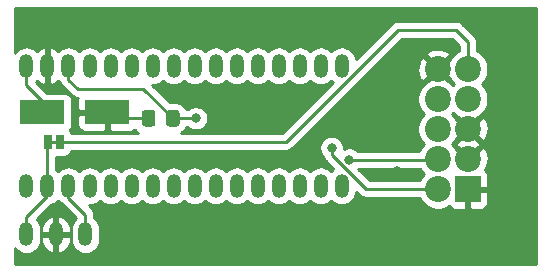
<source format=gbr>
%TF.GenerationSoftware,KiCad,Pcbnew,(5.1.7)-1*%
%TF.CreationDate,2020-11-17T20:53:12-06:00*%
%TF.ProjectId,ST72F264 Programming Interface,53543732-4632-4363-9420-50726f677261,rev?*%
%TF.SameCoordinates,Original*%
%TF.FileFunction,Copper,L2,Bot*%
%TF.FilePolarity,Positive*%
%FSLAX46Y46*%
G04 Gerber Fmt 4.6, Leading zero omitted, Abs format (unit mm)*
G04 Created by KiCad (PCBNEW (5.1.7)-1) date 2020-11-17 20:53:12*
%MOMM*%
%LPD*%
G01*
G04 APERTURE LIST*
%TA.AperFunction,EtchedComponent*%
%ADD10C,0.254000*%
%TD*%
%TA.AperFunction,ComponentPad*%
%ADD11C,2.200000*%
%TD*%
%TA.AperFunction,ComponentPad*%
%ADD12R,2.200000X2.200000*%
%TD*%
%TA.AperFunction,ComponentPad*%
%ADD13O,1.200000X2.000000*%
%TD*%
%TA.AperFunction,SMDPad,CuDef*%
%ADD14R,3.800000X2.000000*%
%TD*%
%TA.AperFunction,SMDPad,CuDef*%
%ADD15R,0.635000X1.270000*%
%TD*%
%TA.AperFunction,ViaPad*%
%ADD16C,0.800000*%
%TD*%
%TA.AperFunction,Conductor*%
%ADD17C,0.250000*%
%TD*%
%TA.AperFunction,Conductor*%
%ADD18C,0.254000*%
%TD*%
%TA.AperFunction,Conductor*%
%ADD19C,0.100000*%
%TD*%
G04 APERTURE END LIST*
D10*
%TO.C,JP1*%
X131516000Y-103500000D02*
X130500000Y-103500000D01*
%TD*%
D11*
%TO.P,J1,9*%
%TO.N,OSC*%
X166040000Y-97340000D03*
%TO.P,J1,10*%
%TO.N,GND*%
X163500000Y-97340000D03*
%TO.P,J1,7*%
%TO.N,VDD*%
X166040000Y-99880000D03*
%TO.P,J1,8*%
%TO.N,ICCSEL*%
X163500000Y-99880000D03*
%TO.P,J1,5*%
%TO.N,GND*%
X166040000Y-102420000D03*
%TO.P,J1,6*%
%TO.N,~RESET*%
X163500000Y-102420000D03*
%TO.P,J1,3*%
%TO.N,GND*%
X166040000Y-104960000D03*
%TO.P,J1,4*%
%TO.N,ICCCLK*%
X163500000Y-104960000D03*
D12*
%TO.P,J1,1*%
%TO.N,GND*%
X166040000Y-107500000D03*
D11*
%TO.P,J1,2*%
%TO.N,ICCDATA*%
X163500000Y-107500000D03*
%TD*%
D13*
%TO.P,Y1,3*%
%TO.N,Net-(U1-Pad3)*%
X133660001Y-111340001D03*
%TO.P,Y1,2*%
%TO.N,GND*%
X131160001Y-111340001D03*
%TO.P,Y1,1*%
%TO.N,Net-(JP1-Pad2)*%
X128660001Y-111340001D03*
%TD*%
%TO.P,U1,16*%
%TO.N,N/C*%
X155360001Y-107220001D03*
%TO.P,U1,17*%
X155360001Y-97060001D03*
%TO.P,U1,15*%
X153580001Y-107220001D03*
%TO.P,U1,18*%
X153580001Y-97060001D03*
%TO.P,U1,14*%
X151800001Y-107220001D03*
%TO.P,U1,19*%
X151800001Y-97060001D03*
%TO.P,U1,13*%
X150020001Y-107220001D03*
%TO.P,U1,20*%
X150020001Y-97060001D03*
%TO.P,U1,12*%
X148240001Y-107220001D03*
%TO.P,U1,21*%
X148240001Y-97060001D03*
%TO.P,U1,11*%
X146460001Y-107220001D03*
%TO.P,U1,22*%
X146460001Y-97060001D03*
%TO.P,U1,10*%
X144680001Y-107220001D03*
%TO.P,U1,23*%
X144680001Y-97060001D03*
%TO.P,U1,9*%
X142900001Y-107220001D03*
%TO.P,U1,24*%
X142900001Y-97060001D03*
%TO.P,U1,8*%
X141120001Y-107220001D03*
%TO.P,U1,25*%
X141120001Y-97060001D03*
%TO.P,U1,7*%
X139340001Y-107220001D03*
%TO.P,U1,26*%
X139340001Y-97060001D03*
%TO.P,U1,6*%
X137560001Y-107220001D03*
%TO.P,U1,27*%
X137560001Y-97060001D03*
%TO.P,U1,5*%
X135780001Y-107220001D03*
%TO.P,U1,28*%
%TO.N,ICCDATA*%
X135780001Y-97060001D03*
%TO.P,U1,4*%
%TO.N,N/C*%
X134000001Y-107220001D03*
%TO.P,U1,29*%
%TO.N,ICCCLK*%
X134000001Y-97060001D03*
%TO.P,U1,3*%
%TO.N,Net-(U1-Pad3)*%
X132220001Y-107220001D03*
%TO.P,U1,30*%
%TO.N,ICCSEL*%
X132220001Y-97060001D03*
%TO.P,U1,2*%
%TO.N,Net-(JP1-Pad2)*%
X130440001Y-107220001D03*
%TO.P,U1,31*%
%TO.N,GND*%
X130440001Y-97060001D03*
%TO.P,U1,1*%
%TO.N,~RESET*%
X128660001Y-107220001D03*
%TO.P,U1,32*%
%TO.N,VDD*%
X128660001Y-97060001D03*
%TD*%
D14*
%TO.P,TP2,1*%
%TO.N,GND*%
X135500000Y-101000000D03*
%TD*%
%TO.P,TP1,1*%
%TO.N,VDD*%
X130000000Y-101000000D03*
%TD*%
%TO.P,R1,2*%
%TO.N,GND*%
%TA.AperFunction,SMDPad,CuDef*%
G36*
G01*
X139575000Y-101049999D02*
X139575000Y-101950001D01*
G75*
G02*
X139325001Y-102200000I-249999J0D01*
G01*
X138674999Y-102200000D01*
G75*
G02*
X138425000Y-101950001I0J249999D01*
G01*
X138425000Y-101049999D01*
G75*
G02*
X138674999Y-100800000I249999J0D01*
G01*
X139325001Y-100800000D01*
G75*
G02*
X139575000Y-101049999I0J-249999D01*
G01*
G37*
%TD.AperFunction*%
%TO.P,R1,1*%
%TO.N,ICCSEL*%
%TA.AperFunction,SMDPad,CuDef*%
G36*
G01*
X141625000Y-101049999D02*
X141625000Y-101950001D01*
G75*
G02*
X141375001Y-102200000I-249999J0D01*
G01*
X140724999Y-102200000D01*
G75*
G02*
X140475000Y-101950001I0J249999D01*
G01*
X140475000Y-101049999D01*
G75*
G02*
X140724999Y-100800000I249999J0D01*
G01*
X141375001Y-100800000D01*
G75*
G02*
X141625000Y-101049999I0J-249999D01*
G01*
G37*
%TD.AperFunction*%
%TD*%
D15*
%TO.P,JP1,2*%
%TO.N,Net-(JP1-Pad2)*%
X130500000Y-103500000D03*
%TO.P,JP1,1*%
%TO.N,OSC*%
X131516000Y-103500000D03*
%TD*%
D16*
%TO.N,GND*%
X144500000Y-100000000D03*
X150500000Y-100000000D03*
X161000000Y-101000000D03*
X161000000Y-96000000D03*
X160000000Y-106000000D03*
%TO.N,ICCSEL*%
X143000000Y-101500000D03*
%TO.N,ICCCLK*%
X156000000Y-105000000D03*
%TO.N,ICCDATA*%
X154500000Y-104000000D03*
%TD*%
D17*
%TO.N,Net-(JP1-Pad2)*%
X130440001Y-107220001D02*
X130047990Y-106827990D01*
X130440001Y-107220001D02*
X130440001Y-104079239D01*
X130440001Y-107220001D02*
X130440001Y-108059999D01*
X128660001Y-109839999D02*
X128660001Y-111340001D01*
X130440001Y-108059999D02*
X128660001Y-109839999D01*
%TO.N,GND*%
X136000000Y-101500000D02*
X135500000Y-101000000D01*
X139000000Y-101500000D02*
X136000000Y-101500000D01*
%TO.N,ICCSEL*%
X141050000Y-101500000D02*
X138550000Y-99000000D01*
X138550000Y-99000000D02*
X133000000Y-99000000D01*
X132220001Y-98220001D02*
X132220001Y-97060001D01*
X133000000Y-99000000D02*
X132220001Y-98220001D01*
X141050000Y-101500000D02*
X143000000Y-101500000D01*
%TO.N,VDD*%
X130000000Y-101000000D02*
X130000000Y-100000000D01*
X128660001Y-98660001D02*
X128660001Y-97060001D01*
X130000000Y-100000000D02*
X128660001Y-98660001D01*
%TO.N,Net-(U1-Pad3)*%
X132220001Y-107220001D02*
X132220001Y-108220001D01*
X133660001Y-109660001D02*
X133660001Y-111340001D01*
X132220001Y-108220001D02*
X133660001Y-109660001D01*
%TO.N,OSC*%
X165000000Y-94000000D02*
X166040000Y-95040000D01*
X160128163Y-94000000D02*
X165000000Y-94000000D01*
X150628163Y-103500000D02*
X160128163Y-94000000D01*
X166040000Y-95040000D02*
X166040000Y-97340000D01*
X131516000Y-103500000D02*
X150628163Y-103500000D01*
%TO.N,ICCCLK*%
X163460000Y-105000000D02*
X163500000Y-104960000D01*
X156000000Y-105000000D02*
X163460000Y-105000000D01*
%TO.N,ICCDATA*%
X154500000Y-104573002D02*
X157426998Y-107500000D01*
X157426998Y-107500000D02*
X163500000Y-107500000D01*
X154500000Y-104000000D02*
X154500000Y-104573002D01*
%TD*%
D18*
%TO.N,GND*%
X171840000Y-113840000D02*
X127660000Y-113840000D01*
X127660000Y-112468236D01*
X127782500Y-112617503D01*
X127970553Y-112771834D01*
X128185101Y-112886512D01*
X128417900Y-112957131D01*
X128660001Y-112980976D01*
X128902103Y-112957131D01*
X129134902Y-112886512D01*
X129349450Y-112771834D01*
X129537503Y-112617503D01*
X129691834Y-112429450D01*
X129806512Y-112214902D01*
X129877131Y-111982102D01*
X129895001Y-111800665D01*
X129895001Y-111467001D01*
X129925001Y-111467001D01*
X129925001Y-111867001D01*
X129973508Y-112105497D01*
X130067611Y-112329947D01*
X130203694Y-112531726D01*
X130376527Y-112703079D01*
X130579468Y-112837422D01*
X130804719Y-112929592D01*
X130842392Y-112933463D01*
X131033001Y-112808732D01*
X131033001Y-111467001D01*
X131287001Y-111467001D01*
X131287001Y-112808732D01*
X131477610Y-112933463D01*
X131515283Y-112929592D01*
X131740534Y-112837422D01*
X131943475Y-112703079D01*
X132116308Y-112531726D01*
X132252391Y-112329947D01*
X132346494Y-112105497D01*
X132395001Y-111867001D01*
X132395001Y-111467001D01*
X131287001Y-111467001D01*
X131033001Y-111467001D01*
X129925001Y-111467001D01*
X129895001Y-111467001D01*
X129895001Y-110879336D01*
X129888468Y-110813001D01*
X129925001Y-110813001D01*
X129925001Y-111213001D01*
X131033001Y-111213001D01*
X131033001Y-109871270D01*
X131287001Y-109871270D01*
X131287001Y-111213001D01*
X132395001Y-111213001D01*
X132395001Y-110813001D01*
X132346494Y-110574505D01*
X132252391Y-110350055D01*
X132116308Y-110148276D01*
X131943475Y-109976923D01*
X131740534Y-109842580D01*
X131515283Y-109750410D01*
X131477610Y-109746539D01*
X131287001Y-109871270D01*
X131033001Y-109871270D01*
X130842392Y-109746539D01*
X130804719Y-109750410D01*
X130579468Y-109842580D01*
X130376527Y-109976923D01*
X130203694Y-110148276D01*
X130067611Y-110350055D01*
X129973508Y-110574505D01*
X129925001Y-110813001D01*
X129888468Y-110813001D01*
X129877131Y-110697899D01*
X129806512Y-110465100D01*
X129691834Y-110250552D01*
X129537503Y-110062499D01*
X129523662Y-110051140D01*
X130761867Y-108812935D01*
X130914902Y-108766512D01*
X131129450Y-108651834D01*
X131317503Y-108497503D01*
X131330002Y-108482274D01*
X131342500Y-108497503D01*
X131530553Y-108651834D01*
X131638645Y-108709610D01*
X131656202Y-108731003D01*
X131680001Y-108760002D01*
X131708999Y-108783800D01*
X132895203Y-109970005D01*
X132782499Y-110062499D01*
X132628168Y-110250553D01*
X132513490Y-110465101D01*
X132442871Y-110697900D01*
X132425001Y-110879337D01*
X132425001Y-111800666D01*
X132442871Y-111982103D01*
X132513490Y-112214902D01*
X132628169Y-112429450D01*
X132782500Y-112617503D01*
X132970553Y-112771834D01*
X133185101Y-112886512D01*
X133417900Y-112957131D01*
X133660001Y-112980976D01*
X133902103Y-112957131D01*
X134134902Y-112886512D01*
X134349450Y-112771834D01*
X134537503Y-112617503D01*
X134691834Y-112429450D01*
X134806512Y-112214902D01*
X134877131Y-111982102D01*
X134895001Y-111800665D01*
X134895001Y-110879336D01*
X134877131Y-110697899D01*
X134806512Y-110465100D01*
X134691834Y-110250552D01*
X134537503Y-110062499D01*
X134420001Y-109966068D01*
X134420001Y-109697334D01*
X134423678Y-109660001D01*
X134409004Y-109511015D01*
X134365547Y-109367754D01*
X134294975Y-109235725D01*
X134223800Y-109148998D01*
X134200002Y-109120000D01*
X134171005Y-109096203D01*
X133928761Y-108853959D01*
X134000001Y-108860976D01*
X134242103Y-108837131D01*
X134474902Y-108766512D01*
X134689450Y-108651834D01*
X134877503Y-108497503D01*
X134890002Y-108482274D01*
X134902500Y-108497503D01*
X135090553Y-108651834D01*
X135305101Y-108766512D01*
X135537900Y-108837131D01*
X135780001Y-108860976D01*
X136022103Y-108837131D01*
X136254902Y-108766512D01*
X136469450Y-108651834D01*
X136657503Y-108497503D01*
X136670002Y-108482274D01*
X136682500Y-108497503D01*
X136870553Y-108651834D01*
X137085101Y-108766512D01*
X137317900Y-108837131D01*
X137560001Y-108860976D01*
X137802103Y-108837131D01*
X138034902Y-108766512D01*
X138249450Y-108651834D01*
X138437503Y-108497503D01*
X138450002Y-108482274D01*
X138462500Y-108497503D01*
X138650553Y-108651834D01*
X138865101Y-108766512D01*
X139097900Y-108837131D01*
X139340001Y-108860976D01*
X139582103Y-108837131D01*
X139814902Y-108766512D01*
X140029450Y-108651834D01*
X140217503Y-108497503D01*
X140230002Y-108482274D01*
X140242500Y-108497503D01*
X140430553Y-108651834D01*
X140645101Y-108766512D01*
X140877900Y-108837131D01*
X141120001Y-108860976D01*
X141362103Y-108837131D01*
X141594902Y-108766512D01*
X141809450Y-108651834D01*
X141997503Y-108497503D01*
X142010002Y-108482274D01*
X142022500Y-108497503D01*
X142210553Y-108651834D01*
X142425101Y-108766512D01*
X142657900Y-108837131D01*
X142900001Y-108860976D01*
X143142103Y-108837131D01*
X143374902Y-108766512D01*
X143589450Y-108651834D01*
X143777503Y-108497503D01*
X143790002Y-108482274D01*
X143802500Y-108497503D01*
X143990553Y-108651834D01*
X144205101Y-108766512D01*
X144437900Y-108837131D01*
X144680001Y-108860976D01*
X144922103Y-108837131D01*
X145154902Y-108766512D01*
X145369450Y-108651834D01*
X145557503Y-108497503D01*
X145570002Y-108482274D01*
X145582500Y-108497503D01*
X145770553Y-108651834D01*
X145985101Y-108766512D01*
X146217900Y-108837131D01*
X146460001Y-108860976D01*
X146702103Y-108837131D01*
X146934902Y-108766512D01*
X147149450Y-108651834D01*
X147337503Y-108497503D01*
X147350002Y-108482274D01*
X147362500Y-108497503D01*
X147550553Y-108651834D01*
X147765101Y-108766512D01*
X147997900Y-108837131D01*
X148240001Y-108860976D01*
X148482103Y-108837131D01*
X148714902Y-108766512D01*
X148929450Y-108651834D01*
X149117503Y-108497503D01*
X149130002Y-108482274D01*
X149142500Y-108497503D01*
X149330553Y-108651834D01*
X149545101Y-108766512D01*
X149777900Y-108837131D01*
X150020001Y-108860976D01*
X150262103Y-108837131D01*
X150494902Y-108766512D01*
X150709450Y-108651834D01*
X150897503Y-108497503D01*
X150910002Y-108482274D01*
X150922500Y-108497503D01*
X151110553Y-108651834D01*
X151325101Y-108766512D01*
X151557900Y-108837131D01*
X151800001Y-108860976D01*
X152042103Y-108837131D01*
X152274902Y-108766512D01*
X152489450Y-108651834D01*
X152677503Y-108497503D01*
X152690002Y-108482274D01*
X152702500Y-108497503D01*
X152890553Y-108651834D01*
X153105101Y-108766512D01*
X153337900Y-108837131D01*
X153580001Y-108860976D01*
X153822103Y-108837131D01*
X154054902Y-108766512D01*
X154269450Y-108651834D01*
X154457503Y-108497503D01*
X154470002Y-108482274D01*
X154482500Y-108497503D01*
X154670553Y-108651834D01*
X154885101Y-108766512D01*
X155117900Y-108837131D01*
X155360001Y-108860976D01*
X155602103Y-108837131D01*
X155834902Y-108766512D01*
X156049450Y-108651834D01*
X156237503Y-108497503D01*
X156391834Y-108309450D01*
X156506512Y-108094902D01*
X156577131Y-107862102D01*
X156589429Y-107737233D01*
X156863199Y-108011003D01*
X156886997Y-108040001D01*
X157002722Y-108134974D01*
X157134751Y-108205546D01*
X157278012Y-108249003D01*
X157389665Y-108260000D01*
X157389674Y-108260000D01*
X157426997Y-108263676D01*
X157464320Y-108260000D01*
X161936852Y-108260000D01*
X161962463Y-108321831D01*
X162152337Y-108605998D01*
X162394002Y-108847663D01*
X162678169Y-109037537D01*
X162993919Y-109168325D01*
X163329117Y-109235000D01*
X163670883Y-109235000D01*
X164006081Y-109168325D01*
X164321831Y-109037537D01*
X164422443Y-108970310D01*
X164488815Y-109051185D01*
X164585506Y-109130537D01*
X164695820Y-109189502D01*
X164815518Y-109225812D01*
X164940000Y-109238072D01*
X165754250Y-109235000D01*
X165913000Y-109076250D01*
X165913000Y-107627000D01*
X166167000Y-107627000D01*
X166167000Y-109076250D01*
X166325750Y-109235000D01*
X167140000Y-109238072D01*
X167264482Y-109225812D01*
X167384180Y-109189502D01*
X167494494Y-109130537D01*
X167591185Y-109051185D01*
X167670537Y-108954494D01*
X167729502Y-108844180D01*
X167765812Y-108724482D01*
X167778072Y-108600000D01*
X167775000Y-107785750D01*
X167616250Y-107627000D01*
X166167000Y-107627000D01*
X165913000Y-107627000D01*
X165893000Y-107627000D01*
X165893000Y-107373000D01*
X165913000Y-107373000D01*
X165913000Y-107353000D01*
X166167000Y-107353000D01*
X166167000Y-107373000D01*
X167616250Y-107373000D01*
X167775000Y-107214250D01*
X167778072Y-106400000D01*
X167765812Y-106275518D01*
X167729502Y-106155820D01*
X167670537Y-106045506D01*
X167591185Y-105948815D01*
X167511267Y-105883228D01*
X167521338Y-105879274D01*
X167672216Y-105572616D01*
X167760369Y-105242415D01*
X167782409Y-104901361D01*
X167737489Y-104562561D01*
X167627336Y-104239034D01*
X167521338Y-104040726D01*
X167246712Y-103932893D01*
X166219605Y-104960000D01*
X166233748Y-104974143D01*
X166054143Y-105153748D01*
X166040000Y-105139605D01*
X166025858Y-105153748D01*
X165846253Y-104974143D01*
X165860395Y-104960000D01*
X165035469Y-104135074D01*
X164847663Y-103854002D01*
X164683661Y-103690000D01*
X164746949Y-103626712D01*
X165012893Y-103626712D01*
X165037743Y-103690000D01*
X165012893Y-103753288D01*
X165094725Y-103835120D01*
X165120726Y-103901338D01*
X165199894Y-103940289D01*
X166040000Y-104780395D01*
X166872877Y-103947518D01*
X166959274Y-103901338D01*
X166985275Y-103835120D01*
X167067107Y-103753288D01*
X167042257Y-103690000D01*
X167067107Y-103626712D01*
X166985275Y-103544880D01*
X166959274Y-103478662D01*
X166880106Y-103439711D01*
X166040000Y-102599605D01*
X165207123Y-103432482D01*
X165120726Y-103478662D01*
X165094725Y-103544880D01*
X165012893Y-103626712D01*
X164746949Y-103626712D01*
X164847663Y-103525998D01*
X165035469Y-103244926D01*
X165860395Y-102420000D01*
X166219605Y-102420000D01*
X167246712Y-103447107D01*
X167521338Y-103339274D01*
X167672216Y-103032616D01*
X167760369Y-102702415D01*
X167782409Y-102361361D01*
X167737489Y-102022561D01*
X167627336Y-101699034D01*
X167521338Y-101500726D01*
X167246712Y-101392893D01*
X166219605Y-102420000D01*
X165860395Y-102420000D01*
X165035469Y-101595074D01*
X164847663Y-101314002D01*
X164683661Y-101150000D01*
X164770000Y-101063661D01*
X164934002Y-101227663D01*
X165215074Y-101415469D01*
X166040000Y-102240395D01*
X166864926Y-101415469D01*
X167145998Y-101227663D01*
X167387663Y-100985998D01*
X167577537Y-100701831D01*
X167708325Y-100386081D01*
X167775000Y-100050883D01*
X167775000Y-99709117D01*
X167708325Y-99373919D01*
X167577537Y-99058169D01*
X167387663Y-98774002D01*
X167223661Y-98610000D01*
X167387663Y-98445998D01*
X167577537Y-98161831D01*
X167708325Y-97846081D01*
X167775000Y-97510883D01*
X167775000Y-97169117D01*
X167708325Y-96833919D01*
X167577537Y-96518169D01*
X167387663Y-96234002D01*
X167145998Y-95992337D01*
X166861831Y-95802463D01*
X166800000Y-95776852D01*
X166800000Y-95077322D01*
X166803676Y-95039999D01*
X166800000Y-95002676D01*
X166800000Y-95002667D01*
X166789003Y-94891014D01*
X166745546Y-94747753D01*
X166722986Y-94705546D01*
X166674974Y-94615723D01*
X166603799Y-94528997D01*
X166580001Y-94499999D01*
X166551004Y-94476202D01*
X165563804Y-93489002D01*
X165540001Y-93459999D01*
X165424276Y-93365026D01*
X165292247Y-93294454D01*
X165148986Y-93250997D01*
X165037333Y-93240000D01*
X165037322Y-93240000D01*
X165000000Y-93236324D01*
X164962678Y-93240000D01*
X160165486Y-93240000D01*
X160128163Y-93236324D01*
X160090840Y-93240000D01*
X160090830Y-93240000D01*
X159979177Y-93250997D01*
X159835916Y-93294454D01*
X159703887Y-93365026D01*
X159588162Y-93459999D01*
X159564364Y-93488997D01*
X156582361Y-96471000D01*
X156577131Y-96417899D01*
X156506512Y-96185100D01*
X156391834Y-95970552D01*
X156237503Y-95782499D01*
X156049449Y-95628168D01*
X155834901Y-95513490D01*
X155602102Y-95442871D01*
X155360001Y-95419026D01*
X155117899Y-95442871D01*
X154885100Y-95513490D01*
X154670552Y-95628168D01*
X154482499Y-95782499D01*
X154470001Y-95797728D01*
X154457503Y-95782499D01*
X154269449Y-95628168D01*
X154054901Y-95513490D01*
X153822102Y-95442871D01*
X153580001Y-95419026D01*
X153337899Y-95442871D01*
X153105100Y-95513490D01*
X152890552Y-95628168D01*
X152702499Y-95782499D01*
X152690001Y-95797728D01*
X152677503Y-95782499D01*
X152489449Y-95628168D01*
X152274901Y-95513490D01*
X152042102Y-95442871D01*
X151800001Y-95419026D01*
X151557899Y-95442871D01*
X151325100Y-95513490D01*
X151110552Y-95628168D01*
X150922499Y-95782499D01*
X150910001Y-95797728D01*
X150897503Y-95782499D01*
X150709449Y-95628168D01*
X150494901Y-95513490D01*
X150262102Y-95442871D01*
X150020001Y-95419026D01*
X149777899Y-95442871D01*
X149545100Y-95513490D01*
X149330552Y-95628168D01*
X149142499Y-95782499D01*
X149130001Y-95797728D01*
X149117503Y-95782499D01*
X148929449Y-95628168D01*
X148714901Y-95513490D01*
X148482102Y-95442871D01*
X148240001Y-95419026D01*
X147997899Y-95442871D01*
X147765100Y-95513490D01*
X147550552Y-95628168D01*
X147362499Y-95782499D01*
X147350001Y-95797728D01*
X147337503Y-95782499D01*
X147149449Y-95628168D01*
X146934901Y-95513490D01*
X146702102Y-95442871D01*
X146460001Y-95419026D01*
X146217899Y-95442871D01*
X145985100Y-95513490D01*
X145770552Y-95628168D01*
X145582499Y-95782499D01*
X145570001Y-95797728D01*
X145557503Y-95782499D01*
X145369449Y-95628168D01*
X145154901Y-95513490D01*
X144922102Y-95442871D01*
X144680001Y-95419026D01*
X144437899Y-95442871D01*
X144205100Y-95513490D01*
X143990552Y-95628168D01*
X143802499Y-95782499D01*
X143790001Y-95797728D01*
X143777503Y-95782499D01*
X143589449Y-95628168D01*
X143374901Y-95513490D01*
X143142102Y-95442871D01*
X142900001Y-95419026D01*
X142657899Y-95442871D01*
X142425100Y-95513490D01*
X142210552Y-95628168D01*
X142022499Y-95782499D01*
X142010001Y-95797728D01*
X141997503Y-95782499D01*
X141809449Y-95628168D01*
X141594901Y-95513490D01*
X141362102Y-95442871D01*
X141120001Y-95419026D01*
X140877899Y-95442871D01*
X140645100Y-95513490D01*
X140430552Y-95628168D01*
X140242499Y-95782499D01*
X140230001Y-95797728D01*
X140217503Y-95782499D01*
X140029449Y-95628168D01*
X139814901Y-95513490D01*
X139582102Y-95442871D01*
X139340001Y-95419026D01*
X139097899Y-95442871D01*
X138865100Y-95513490D01*
X138650552Y-95628168D01*
X138462499Y-95782499D01*
X138450001Y-95797728D01*
X138437503Y-95782499D01*
X138249449Y-95628168D01*
X138034901Y-95513490D01*
X137802102Y-95442871D01*
X137560001Y-95419026D01*
X137317899Y-95442871D01*
X137085100Y-95513490D01*
X136870552Y-95628168D01*
X136682499Y-95782499D01*
X136670001Y-95797728D01*
X136657503Y-95782499D01*
X136469449Y-95628168D01*
X136254901Y-95513490D01*
X136022102Y-95442871D01*
X135780001Y-95419026D01*
X135537899Y-95442871D01*
X135305100Y-95513490D01*
X135090552Y-95628168D01*
X134902499Y-95782499D01*
X134890001Y-95797728D01*
X134877503Y-95782499D01*
X134689449Y-95628168D01*
X134474901Y-95513490D01*
X134242102Y-95442871D01*
X134000001Y-95419026D01*
X133757899Y-95442871D01*
X133525100Y-95513490D01*
X133310552Y-95628168D01*
X133122499Y-95782499D01*
X133110001Y-95797728D01*
X133097503Y-95782499D01*
X132909449Y-95628168D01*
X132694901Y-95513490D01*
X132462102Y-95442871D01*
X132220001Y-95419026D01*
X131977899Y-95442871D01*
X131745100Y-95513490D01*
X131530552Y-95628168D01*
X131342499Y-95782499D01*
X131327825Y-95800379D01*
X131223475Y-95696923D01*
X131020534Y-95562580D01*
X130795283Y-95470410D01*
X130757610Y-95466539D01*
X130567001Y-95591270D01*
X130567001Y-96933001D01*
X130587001Y-96933001D01*
X130587001Y-97187001D01*
X130567001Y-97187001D01*
X130567001Y-98528732D01*
X130757610Y-98653463D01*
X130795283Y-98649592D01*
X131020534Y-98557422D01*
X131223475Y-98423079D01*
X131327826Y-98319622D01*
X131342500Y-98337503D01*
X131500875Y-98467478D01*
X131514455Y-98512247D01*
X131585027Y-98644277D01*
X131597932Y-98660001D01*
X131680000Y-98760002D01*
X131709003Y-98783804D01*
X132436201Y-99511002D01*
X132459999Y-99540001D01*
X132575724Y-99634974D01*
X132707753Y-99705546D01*
X132851014Y-99749003D01*
X132962667Y-99760000D01*
X132962676Y-99760000D01*
X132999999Y-99763676D01*
X133008365Y-99762852D01*
X132974188Y-99875518D01*
X132961928Y-100000000D01*
X132965000Y-100714250D01*
X133123750Y-100873000D01*
X135373000Y-100873000D01*
X135373000Y-100853000D01*
X135627000Y-100853000D01*
X135627000Y-100873000D01*
X135647000Y-100873000D01*
X135647000Y-101127000D01*
X135627000Y-101127000D01*
X135627000Y-102476250D01*
X135785750Y-102635000D01*
X137400000Y-102638072D01*
X137524482Y-102625812D01*
X137644180Y-102589502D01*
X137754494Y-102530537D01*
X137842884Y-102457998D01*
X137894463Y-102554494D01*
X137973815Y-102651185D01*
X138070506Y-102730537D01*
X138088210Y-102740000D01*
X132459155Y-102740000D01*
X132423002Y-102620820D01*
X132364037Y-102510506D01*
X132329774Y-102468756D01*
X132351185Y-102451185D01*
X132430537Y-102354494D01*
X132489502Y-102244180D01*
X132525812Y-102124482D01*
X132538072Y-102000000D01*
X132961928Y-102000000D01*
X132974188Y-102124482D01*
X133010498Y-102244180D01*
X133069463Y-102354494D01*
X133148815Y-102451185D01*
X133245506Y-102530537D01*
X133355820Y-102589502D01*
X133475518Y-102625812D01*
X133600000Y-102638072D01*
X135214250Y-102635000D01*
X135373000Y-102476250D01*
X135373000Y-101127000D01*
X133123750Y-101127000D01*
X132965000Y-101285750D01*
X132961928Y-102000000D01*
X132538072Y-102000000D01*
X132538072Y-100000000D01*
X132525812Y-99875518D01*
X132489502Y-99755820D01*
X132430537Y-99645506D01*
X132351185Y-99548815D01*
X132254494Y-99469463D01*
X132144180Y-99410498D01*
X132024482Y-99374188D01*
X131900000Y-99361928D01*
X130436730Y-99361928D01*
X129468738Y-98393937D01*
X129537503Y-98337503D01*
X129552177Y-98319623D01*
X129656527Y-98423079D01*
X129859468Y-98557422D01*
X130084719Y-98649592D01*
X130122392Y-98653463D01*
X130313001Y-98528732D01*
X130313001Y-97187001D01*
X130293001Y-97187001D01*
X130293001Y-96933001D01*
X130313001Y-96933001D01*
X130313001Y-95591270D01*
X130122392Y-95466539D01*
X130084719Y-95470410D01*
X129859468Y-95562580D01*
X129656527Y-95696923D01*
X129552177Y-95800379D01*
X129537503Y-95782499D01*
X129349449Y-95628168D01*
X129134901Y-95513490D01*
X128902102Y-95442871D01*
X128660001Y-95419026D01*
X128417899Y-95442871D01*
X128185100Y-95513490D01*
X127970552Y-95628168D01*
X127782499Y-95782499D01*
X127660000Y-95931765D01*
X127660000Y-92160000D01*
X171840001Y-92160000D01*
X171840000Y-113840000D01*
%TA.AperFunction,Conductor*%
D19*
G36*
X171840000Y-113840000D02*
G01*
X127660000Y-113840000D01*
X127660000Y-112468236D01*
X127782500Y-112617503D01*
X127970553Y-112771834D01*
X128185101Y-112886512D01*
X128417900Y-112957131D01*
X128660001Y-112980976D01*
X128902103Y-112957131D01*
X129134902Y-112886512D01*
X129349450Y-112771834D01*
X129537503Y-112617503D01*
X129691834Y-112429450D01*
X129806512Y-112214902D01*
X129877131Y-111982102D01*
X129895001Y-111800665D01*
X129895001Y-111467001D01*
X129925001Y-111467001D01*
X129925001Y-111867001D01*
X129973508Y-112105497D01*
X130067611Y-112329947D01*
X130203694Y-112531726D01*
X130376527Y-112703079D01*
X130579468Y-112837422D01*
X130804719Y-112929592D01*
X130842392Y-112933463D01*
X131033001Y-112808732D01*
X131033001Y-111467001D01*
X131287001Y-111467001D01*
X131287001Y-112808732D01*
X131477610Y-112933463D01*
X131515283Y-112929592D01*
X131740534Y-112837422D01*
X131943475Y-112703079D01*
X132116308Y-112531726D01*
X132252391Y-112329947D01*
X132346494Y-112105497D01*
X132395001Y-111867001D01*
X132395001Y-111467001D01*
X131287001Y-111467001D01*
X131033001Y-111467001D01*
X129925001Y-111467001D01*
X129895001Y-111467001D01*
X129895001Y-110879336D01*
X129888468Y-110813001D01*
X129925001Y-110813001D01*
X129925001Y-111213001D01*
X131033001Y-111213001D01*
X131033001Y-109871270D01*
X131287001Y-109871270D01*
X131287001Y-111213001D01*
X132395001Y-111213001D01*
X132395001Y-110813001D01*
X132346494Y-110574505D01*
X132252391Y-110350055D01*
X132116308Y-110148276D01*
X131943475Y-109976923D01*
X131740534Y-109842580D01*
X131515283Y-109750410D01*
X131477610Y-109746539D01*
X131287001Y-109871270D01*
X131033001Y-109871270D01*
X130842392Y-109746539D01*
X130804719Y-109750410D01*
X130579468Y-109842580D01*
X130376527Y-109976923D01*
X130203694Y-110148276D01*
X130067611Y-110350055D01*
X129973508Y-110574505D01*
X129925001Y-110813001D01*
X129888468Y-110813001D01*
X129877131Y-110697899D01*
X129806512Y-110465100D01*
X129691834Y-110250552D01*
X129537503Y-110062499D01*
X129523662Y-110051140D01*
X130761867Y-108812935D01*
X130914902Y-108766512D01*
X131129450Y-108651834D01*
X131317503Y-108497503D01*
X131330002Y-108482274D01*
X131342500Y-108497503D01*
X131530553Y-108651834D01*
X131638645Y-108709610D01*
X131656202Y-108731003D01*
X131680001Y-108760002D01*
X131708999Y-108783800D01*
X132895203Y-109970005D01*
X132782499Y-110062499D01*
X132628168Y-110250553D01*
X132513490Y-110465101D01*
X132442871Y-110697900D01*
X132425001Y-110879337D01*
X132425001Y-111800666D01*
X132442871Y-111982103D01*
X132513490Y-112214902D01*
X132628169Y-112429450D01*
X132782500Y-112617503D01*
X132970553Y-112771834D01*
X133185101Y-112886512D01*
X133417900Y-112957131D01*
X133660001Y-112980976D01*
X133902103Y-112957131D01*
X134134902Y-112886512D01*
X134349450Y-112771834D01*
X134537503Y-112617503D01*
X134691834Y-112429450D01*
X134806512Y-112214902D01*
X134877131Y-111982102D01*
X134895001Y-111800665D01*
X134895001Y-110879336D01*
X134877131Y-110697899D01*
X134806512Y-110465100D01*
X134691834Y-110250552D01*
X134537503Y-110062499D01*
X134420001Y-109966068D01*
X134420001Y-109697334D01*
X134423678Y-109660001D01*
X134409004Y-109511015D01*
X134365547Y-109367754D01*
X134294975Y-109235725D01*
X134223800Y-109148998D01*
X134200002Y-109120000D01*
X134171005Y-109096203D01*
X133928761Y-108853959D01*
X134000001Y-108860976D01*
X134242103Y-108837131D01*
X134474902Y-108766512D01*
X134689450Y-108651834D01*
X134877503Y-108497503D01*
X134890002Y-108482274D01*
X134902500Y-108497503D01*
X135090553Y-108651834D01*
X135305101Y-108766512D01*
X135537900Y-108837131D01*
X135780001Y-108860976D01*
X136022103Y-108837131D01*
X136254902Y-108766512D01*
X136469450Y-108651834D01*
X136657503Y-108497503D01*
X136670002Y-108482274D01*
X136682500Y-108497503D01*
X136870553Y-108651834D01*
X137085101Y-108766512D01*
X137317900Y-108837131D01*
X137560001Y-108860976D01*
X137802103Y-108837131D01*
X138034902Y-108766512D01*
X138249450Y-108651834D01*
X138437503Y-108497503D01*
X138450002Y-108482274D01*
X138462500Y-108497503D01*
X138650553Y-108651834D01*
X138865101Y-108766512D01*
X139097900Y-108837131D01*
X139340001Y-108860976D01*
X139582103Y-108837131D01*
X139814902Y-108766512D01*
X140029450Y-108651834D01*
X140217503Y-108497503D01*
X140230002Y-108482274D01*
X140242500Y-108497503D01*
X140430553Y-108651834D01*
X140645101Y-108766512D01*
X140877900Y-108837131D01*
X141120001Y-108860976D01*
X141362103Y-108837131D01*
X141594902Y-108766512D01*
X141809450Y-108651834D01*
X141997503Y-108497503D01*
X142010002Y-108482274D01*
X142022500Y-108497503D01*
X142210553Y-108651834D01*
X142425101Y-108766512D01*
X142657900Y-108837131D01*
X142900001Y-108860976D01*
X143142103Y-108837131D01*
X143374902Y-108766512D01*
X143589450Y-108651834D01*
X143777503Y-108497503D01*
X143790002Y-108482274D01*
X143802500Y-108497503D01*
X143990553Y-108651834D01*
X144205101Y-108766512D01*
X144437900Y-108837131D01*
X144680001Y-108860976D01*
X144922103Y-108837131D01*
X145154902Y-108766512D01*
X145369450Y-108651834D01*
X145557503Y-108497503D01*
X145570002Y-108482274D01*
X145582500Y-108497503D01*
X145770553Y-108651834D01*
X145985101Y-108766512D01*
X146217900Y-108837131D01*
X146460001Y-108860976D01*
X146702103Y-108837131D01*
X146934902Y-108766512D01*
X147149450Y-108651834D01*
X147337503Y-108497503D01*
X147350002Y-108482274D01*
X147362500Y-108497503D01*
X147550553Y-108651834D01*
X147765101Y-108766512D01*
X147997900Y-108837131D01*
X148240001Y-108860976D01*
X148482103Y-108837131D01*
X148714902Y-108766512D01*
X148929450Y-108651834D01*
X149117503Y-108497503D01*
X149130002Y-108482274D01*
X149142500Y-108497503D01*
X149330553Y-108651834D01*
X149545101Y-108766512D01*
X149777900Y-108837131D01*
X150020001Y-108860976D01*
X150262103Y-108837131D01*
X150494902Y-108766512D01*
X150709450Y-108651834D01*
X150897503Y-108497503D01*
X150910002Y-108482274D01*
X150922500Y-108497503D01*
X151110553Y-108651834D01*
X151325101Y-108766512D01*
X151557900Y-108837131D01*
X151800001Y-108860976D01*
X152042103Y-108837131D01*
X152274902Y-108766512D01*
X152489450Y-108651834D01*
X152677503Y-108497503D01*
X152690002Y-108482274D01*
X152702500Y-108497503D01*
X152890553Y-108651834D01*
X153105101Y-108766512D01*
X153337900Y-108837131D01*
X153580001Y-108860976D01*
X153822103Y-108837131D01*
X154054902Y-108766512D01*
X154269450Y-108651834D01*
X154457503Y-108497503D01*
X154470002Y-108482274D01*
X154482500Y-108497503D01*
X154670553Y-108651834D01*
X154885101Y-108766512D01*
X155117900Y-108837131D01*
X155360001Y-108860976D01*
X155602103Y-108837131D01*
X155834902Y-108766512D01*
X156049450Y-108651834D01*
X156237503Y-108497503D01*
X156391834Y-108309450D01*
X156506512Y-108094902D01*
X156577131Y-107862102D01*
X156589429Y-107737233D01*
X156863199Y-108011003D01*
X156886997Y-108040001D01*
X157002722Y-108134974D01*
X157134751Y-108205546D01*
X157278012Y-108249003D01*
X157389665Y-108260000D01*
X157389674Y-108260000D01*
X157426997Y-108263676D01*
X157464320Y-108260000D01*
X161936852Y-108260000D01*
X161962463Y-108321831D01*
X162152337Y-108605998D01*
X162394002Y-108847663D01*
X162678169Y-109037537D01*
X162993919Y-109168325D01*
X163329117Y-109235000D01*
X163670883Y-109235000D01*
X164006081Y-109168325D01*
X164321831Y-109037537D01*
X164422443Y-108970310D01*
X164488815Y-109051185D01*
X164585506Y-109130537D01*
X164695820Y-109189502D01*
X164815518Y-109225812D01*
X164940000Y-109238072D01*
X165754250Y-109235000D01*
X165913000Y-109076250D01*
X165913000Y-107627000D01*
X166167000Y-107627000D01*
X166167000Y-109076250D01*
X166325750Y-109235000D01*
X167140000Y-109238072D01*
X167264482Y-109225812D01*
X167384180Y-109189502D01*
X167494494Y-109130537D01*
X167591185Y-109051185D01*
X167670537Y-108954494D01*
X167729502Y-108844180D01*
X167765812Y-108724482D01*
X167778072Y-108600000D01*
X167775000Y-107785750D01*
X167616250Y-107627000D01*
X166167000Y-107627000D01*
X165913000Y-107627000D01*
X165893000Y-107627000D01*
X165893000Y-107373000D01*
X165913000Y-107373000D01*
X165913000Y-107353000D01*
X166167000Y-107353000D01*
X166167000Y-107373000D01*
X167616250Y-107373000D01*
X167775000Y-107214250D01*
X167778072Y-106400000D01*
X167765812Y-106275518D01*
X167729502Y-106155820D01*
X167670537Y-106045506D01*
X167591185Y-105948815D01*
X167511267Y-105883228D01*
X167521338Y-105879274D01*
X167672216Y-105572616D01*
X167760369Y-105242415D01*
X167782409Y-104901361D01*
X167737489Y-104562561D01*
X167627336Y-104239034D01*
X167521338Y-104040726D01*
X167246712Y-103932893D01*
X166219605Y-104960000D01*
X166233748Y-104974143D01*
X166054143Y-105153748D01*
X166040000Y-105139605D01*
X166025858Y-105153748D01*
X165846253Y-104974143D01*
X165860395Y-104960000D01*
X165035469Y-104135074D01*
X164847663Y-103854002D01*
X164683661Y-103690000D01*
X164746949Y-103626712D01*
X165012893Y-103626712D01*
X165037743Y-103690000D01*
X165012893Y-103753288D01*
X165094725Y-103835120D01*
X165120726Y-103901338D01*
X165199894Y-103940289D01*
X166040000Y-104780395D01*
X166872877Y-103947518D01*
X166959274Y-103901338D01*
X166985275Y-103835120D01*
X167067107Y-103753288D01*
X167042257Y-103690000D01*
X167067107Y-103626712D01*
X166985275Y-103544880D01*
X166959274Y-103478662D01*
X166880106Y-103439711D01*
X166040000Y-102599605D01*
X165207123Y-103432482D01*
X165120726Y-103478662D01*
X165094725Y-103544880D01*
X165012893Y-103626712D01*
X164746949Y-103626712D01*
X164847663Y-103525998D01*
X165035469Y-103244926D01*
X165860395Y-102420000D01*
X166219605Y-102420000D01*
X167246712Y-103447107D01*
X167521338Y-103339274D01*
X167672216Y-103032616D01*
X167760369Y-102702415D01*
X167782409Y-102361361D01*
X167737489Y-102022561D01*
X167627336Y-101699034D01*
X167521338Y-101500726D01*
X167246712Y-101392893D01*
X166219605Y-102420000D01*
X165860395Y-102420000D01*
X165035469Y-101595074D01*
X164847663Y-101314002D01*
X164683661Y-101150000D01*
X164770000Y-101063661D01*
X164934002Y-101227663D01*
X165215074Y-101415469D01*
X166040000Y-102240395D01*
X166864926Y-101415469D01*
X167145998Y-101227663D01*
X167387663Y-100985998D01*
X167577537Y-100701831D01*
X167708325Y-100386081D01*
X167775000Y-100050883D01*
X167775000Y-99709117D01*
X167708325Y-99373919D01*
X167577537Y-99058169D01*
X167387663Y-98774002D01*
X167223661Y-98610000D01*
X167387663Y-98445998D01*
X167577537Y-98161831D01*
X167708325Y-97846081D01*
X167775000Y-97510883D01*
X167775000Y-97169117D01*
X167708325Y-96833919D01*
X167577537Y-96518169D01*
X167387663Y-96234002D01*
X167145998Y-95992337D01*
X166861831Y-95802463D01*
X166800000Y-95776852D01*
X166800000Y-95077322D01*
X166803676Y-95039999D01*
X166800000Y-95002676D01*
X166800000Y-95002667D01*
X166789003Y-94891014D01*
X166745546Y-94747753D01*
X166722986Y-94705546D01*
X166674974Y-94615723D01*
X166603799Y-94528997D01*
X166580001Y-94499999D01*
X166551004Y-94476202D01*
X165563804Y-93489002D01*
X165540001Y-93459999D01*
X165424276Y-93365026D01*
X165292247Y-93294454D01*
X165148986Y-93250997D01*
X165037333Y-93240000D01*
X165037322Y-93240000D01*
X165000000Y-93236324D01*
X164962678Y-93240000D01*
X160165486Y-93240000D01*
X160128163Y-93236324D01*
X160090840Y-93240000D01*
X160090830Y-93240000D01*
X159979177Y-93250997D01*
X159835916Y-93294454D01*
X159703887Y-93365026D01*
X159588162Y-93459999D01*
X159564364Y-93488997D01*
X156582361Y-96471000D01*
X156577131Y-96417899D01*
X156506512Y-96185100D01*
X156391834Y-95970552D01*
X156237503Y-95782499D01*
X156049449Y-95628168D01*
X155834901Y-95513490D01*
X155602102Y-95442871D01*
X155360001Y-95419026D01*
X155117899Y-95442871D01*
X154885100Y-95513490D01*
X154670552Y-95628168D01*
X154482499Y-95782499D01*
X154470001Y-95797728D01*
X154457503Y-95782499D01*
X154269449Y-95628168D01*
X154054901Y-95513490D01*
X153822102Y-95442871D01*
X153580001Y-95419026D01*
X153337899Y-95442871D01*
X153105100Y-95513490D01*
X152890552Y-95628168D01*
X152702499Y-95782499D01*
X152690001Y-95797728D01*
X152677503Y-95782499D01*
X152489449Y-95628168D01*
X152274901Y-95513490D01*
X152042102Y-95442871D01*
X151800001Y-95419026D01*
X151557899Y-95442871D01*
X151325100Y-95513490D01*
X151110552Y-95628168D01*
X150922499Y-95782499D01*
X150910001Y-95797728D01*
X150897503Y-95782499D01*
X150709449Y-95628168D01*
X150494901Y-95513490D01*
X150262102Y-95442871D01*
X150020001Y-95419026D01*
X149777899Y-95442871D01*
X149545100Y-95513490D01*
X149330552Y-95628168D01*
X149142499Y-95782499D01*
X149130001Y-95797728D01*
X149117503Y-95782499D01*
X148929449Y-95628168D01*
X148714901Y-95513490D01*
X148482102Y-95442871D01*
X148240001Y-95419026D01*
X147997899Y-95442871D01*
X147765100Y-95513490D01*
X147550552Y-95628168D01*
X147362499Y-95782499D01*
X147350001Y-95797728D01*
X147337503Y-95782499D01*
X147149449Y-95628168D01*
X146934901Y-95513490D01*
X146702102Y-95442871D01*
X146460001Y-95419026D01*
X146217899Y-95442871D01*
X145985100Y-95513490D01*
X145770552Y-95628168D01*
X145582499Y-95782499D01*
X145570001Y-95797728D01*
X145557503Y-95782499D01*
X145369449Y-95628168D01*
X145154901Y-95513490D01*
X144922102Y-95442871D01*
X144680001Y-95419026D01*
X144437899Y-95442871D01*
X144205100Y-95513490D01*
X143990552Y-95628168D01*
X143802499Y-95782499D01*
X143790001Y-95797728D01*
X143777503Y-95782499D01*
X143589449Y-95628168D01*
X143374901Y-95513490D01*
X143142102Y-95442871D01*
X142900001Y-95419026D01*
X142657899Y-95442871D01*
X142425100Y-95513490D01*
X142210552Y-95628168D01*
X142022499Y-95782499D01*
X142010001Y-95797728D01*
X141997503Y-95782499D01*
X141809449Y-95628168D01*
X141594901Y-95513490D01*
X141362102Y-95442871D01*
X141120001Y-95419026D01*
X140877899Y-95442871D01*
X140645100Y-95513490D01*
X140430552Y-95628168D01*
X140242499Y-95782499D01*
X140230001Y-95797728D01*
X140217503Y-95782499D01*
X140029449Y-95628168D01*
X139814901Y-95513490D01*
X139582102Y-95442871D01*
X139340001Y-95419026D01*
X139097899Y-95442871D01*
X138865100Y-95513490D01*
X138650552Y-95628168D01*
X138462499Y-95782499D01*
X138450001Y-95797728D01*
X138437503Y-95782499D01*
X138249449Y-95628168D01*
X138034901Y-95513490D01*
X137802102Y-95442871D01*
X137560001Y-95419026D01*
X137317899Y-95442871D01*
X137085100Y-95513490D01*
X136870552Y-95628168D01*
X136682499Y-95782499D01*
X136670001Y-95797728D01*
X136657503Y-95782499D01*
X136469449Y-95628168D01*
X136254901Y-95513490D01*
X136022102Y-95442871D01*
X135780001Y-95419026D01*
X135537899Y-95442871D01*
X135305100Y-95513490D01*
X135090552Y-95628168D01*
X134902499Y-95782499D01*
X134890001Y-95797728D01*
X134877503Y-95782499D01*
X134689449Y-95628168D01*
X134474901Y-95513490D01*
X134242102Y-95442871D01*
X134000001Y-95419026D01*
X133757899Y-95442871D01*
X133525100Y-95513490D01*
X133310552Y-95628168D01*
X133122499Y-95782499D01*
X133110001Y-95797728D01*
X133097503Y-95782499D01*
X132909449Y-95628168D01*
X132694901Y-95513490D01*
X132462102Y-95442871D01*
X132220001Y-95419026D01*
X131977899Y-95442871D01*
X131745100Y-95513490D01*
X131530552Y-95628168D01*
X131342499Y-95782499D01*
X131327825Y-95800379D01*
X131223475Y-95696923D01*
X131020534Y-95562580D01*
X130795283Y-95470410D01*
X130757610Y-95466539D01*
X130567001Y-95591270D01*
X130567001Y-96933001D01*
X130587001Y-96933001D01*
X130587001Y-97187001D01*
X130567001Y-97187001D01*
X130567001Y-98528732D01*
X130757610Y-98653463D01*
X130795283Y-98649592D01*
X131020534Y-98557422D01*
X131223475Y-98423079D01*
X131327826Y-98319622D01*
X131342500Y-98337503D01*
X131500875Y-98467478D01*
X131514455Y-98512247D01*
X131585027Y-98644277D01*
X131597932Y-98660001D01*
X131680000Y-98760002D01*
X131709003Y-98783804D01*
X132436201Y-99511002D01*
X132459999Y-99540001D01*
X132575724Y-99634974D01*
X132707753Y-99705546D01*
X132851014Y-99749003D01*
X132962667Y-99760000D01*
X132962676Y-99760000D01*
X132999999Y-99763676D01*
X133008365Y-99762852D01*
X132974188Y-99875518D01*
X132961928Y-100000000D01*
X132965000Y-100714250D01*
X133123750Y-100873000D01*
X135373000Y-100873000D01*
X135373000Y-100853000D01*
X135627000Y-100853000D01*
X135627000Y-100873000D01*
X135647000Y-100873000D01*
X135647000Y-101127000D01*
X135627000Y-101127000D01*
X135627000Y-102476250D01*
X135785750Y-102635000D01*
X137400000Y-102638072D01*
X137524482Y-102625812D01*
X137644180Y-102589502D01*
X137754494Y-102530537D01*
X137842884Y-102457998D01*
X137894463Y-102554494D01*
X137973815Y-102651185D01*
X138070506Y-102730537D01*
X138088210Y-102740000D01*
X132459155Y-102740000D01*
X132423002Y-102620820D01*
X132364037Y-102510506D01*
X132329774Y-102468756D01*
X132351185Y-102451185D01*
X132430537Y-102354494D01*
X132489502Y-102244180D01*
X132525812Y-102124482D01*
X132538072Y-102000000D01*
X132961928Y-102000000D01*
X132974188Y-102124482D01*
X133010498Y-102244180D01*
X133069463Y-102354494D01*
X133148815Y-102451185D01*
X133245506Y-102530537D01*
X133355820Y-102589502D01*
X133475518Y-102625812D01*
X133600000Y-102638072D01*
X135214250Y-102635000D01*
X135373000Y-102476250D01*
X135373000Y-101127000D01*
X133123750Y-101127000D01*
X132965000Y-101285750D01*
X132961928Y-102000000D01*
X132538072Y-102000000D01*
X132538072Y-100000000D01*
X132525812Y-99875518D01*
X132489502Y-99755820D01*
X132430537Y-99645506D01*
X132351185Y-99548815D01*
X132254494Y-99469463D01*
X132144180Y-99410498D01*
X132024482Y-99374188D01*
X131900000Y-99361928D01*
X130436730Y-99361928D01*
X129468738Y-98393937D01*
X129537503Y-98337503D01*
X129552177Y-98319623D01*
X129656527Y-98423079D01*
X129859468Y-98557422D01*
X130084719Y-98649592D01*
X130122392Y-98653463D01*
X130313001Y-98528732D01*
X130313001Y-97187001D01*
X130293001Y-97187001D01*
X130293001Y-96933001D01*
X130313001Y-96933001D01*
X130313001Y-95591270D01*
X130122392Y-95466539D01*
X130084719Y-95470410D01*
X129859468Y-95562580D01*
X129656527Y-95696923D01*
X129552177Y-95800379D01*
X129537503Y-95782499D01*
X129349449Y-95628168D01*
X129134901Y-95513490D01*
X128902102Y-95442871D01*
X128660001Y-95419026D01*
X128417899Y-95442871D01*
X128185100Y-95513490D01*
X127970552Y-95628168D01*
X127782499Y-95782499D01*
X127660000Y-95931765D01*
X127660000Y-92160000D01*
X171840001Y-92160000D01*
X171840000Y-113840000D01*
G37*
%TD.AperFunction*%
D18*
X161962463Y-105781831D02*
X162152337Y-106065998D01*
X162316339Y-106230000D01*
X162152337Y-106394002D01*
X161962463Y-106678169D01*
X161936852Y-106740000D01*
X157741800Y-106740000D01*
X156761800Y-105760000D01*
X161953420Y-105760000D01*
X161962463Y-105781831D01*
%TA.AperFunction,Conductor*%
D19*
G36*
X161962463Y-105781831D02*
G01*
X162152337Y-106065998D01*
X162316339Y-106230000D01*
X162152337Y-106394002D01*
X161962463Y-106678169D01*
X161936852Y-106740000D01*
X157741800Y-106740000D01*
X156761800Y-105760000D01*
X161953420Y-105760000D01*
X161962463Y-105781831D01*
G37*
%TD.AperFunction*%
D18*
X165280000Y-95354802D02*
X165280000Y-95776852D01*
X165218169Y-95802463D01*
X164934002Y-95992337D01*
X164692337Y-96234002D01*
X164504531Y-96515074D01*
X163679605Y-97340000D01*
X164504531Y-98164926D01*
X164692337Y-98445998D01*
X164856339Y-98610000D01*
X164770000Y-98696339D01*
X164605998Y-98532337D01*
X164324926Y-98344531D01*
X163500000Y-97519605D01*
X162675074Y-98344531D01*
X162394002Y-98532337D01*
X162152337Y-98774002D01*
X161962463Y-99058169D01*
X161831675Y-99373919D01*
X161765000Y-99709117D01*
X161765000Y-100050883D01*
X161831675Y-100386081D01*
X161962463Y-100701831D01*
X162152337Y-100985998D01*
X162316339Y-101150000D01*
X162152337Y-101314002D01*
X161962463Y-101598169D01*
X161831675Y-101913919D01*
X161765000Y-102249117D01*
X161765000Y-102590883D01*
X161831675Y-102926081D01*
X161962463Y-103241831D01*
X162152337Y-103525998D01*
X162316339Y-103690000D01*
X162152337Y-103854002D01*
X161962463Y-104138169D01*
X161920283Y-104240000D01*
X156703711Y-104240000D01*
X156659774Y-104196063D01*
X156490256Y-104082795D01*
X156301898Y-104004774D01*
X156101939Y-103965000D01*
X155898061Y-103965000D01*
X155698102Y-104004774D01*
X155535000Y-104072334D01*
X155535000Y-103898061D01*
X155495226Y-103698102D01*
X155417205Y-103509744D01*
X155303937Y-103340226D01*
X155159774Y-103196063D01*
X154990256Y-103082795D01*
X154801898Y-103004774D01*
X154601939Y-102965000D01*
X154398061Y-102965000D01*
X154198102Y-103004774D01*
X154009744Y-103082795D01*
X153840226Y-103196063D01*
X153696063Y-103340226D01*
X153582795Y-103509744D01*
X153504774Y-103698102D01*
X153465000Y-103898061D01*
X153465000Y-104101939D01*
X153504774Y-104301898D01*
X153582795Y-104490256D01*
X153696063Y-104659774D01*
X153750202Y-104713913D01*
X153750997Y-104721988D01*
X153794454Y-104865249D01*
X153811993Y-104898061D01*
X153865026Y-104997278D01*
X153936201Y-105084004D01*
X153960000Y-105113003D01*
X153988998Y-105136801D01*
X154653972Y-105801775D01*
X154482499Y-105942499D01*
X154470001Y-105957728D01*
X154457503Y-105942499D01*
X154269449Y-105788168D01*
X154054901Y-105673490D01*
X153822102Y-105602871D01*
X153580001Y-105579026D01*
X153337899Y-105602871D01*
X153105100Y-105673490D01*
X152890552Y-105788168D01*
X152702499Y-105942499D01*
X152690001Y-105957728D01*
X152677503Y-105942499D01*
X152489449Y-105788168D01*
X152274901Y-105673490D01*
X152042102Y-105602871D01*
X151800001Y-105579026D01*
X151557899Y-105602871D01*
X151325100Y-105673490D01*
X151110552Y-105788168D01*
X150922499Y-105942499D01*
X150910001Y-105957728D01*
X150897503Y-105942499D01*
X150709449Y-105788168D01*
X150494901Y-105673490D01*
X150262102Y-105602871D01*
X150020001Y-105579026D01*
X149777899Y-105602871D01*
X149545100Y-105673490D01*
X149330552Y-105788168D01*
X149142499Y-105942499D01*
X149130001Y-105957728D01*
X149117503Y-105942499D01*
X148929449Y-105788168D01*
X148714901Y-105673490D01*
X148482102Y-105602871D01*
X148240001Y-105579026D01*
X147997899Y-105602871D01*
X147765100Y-105673490D01*
X147550552Y-105788168D01*
X147362499Y-105942499D01*
X147350001Y-105957728D01*
X147337503Y-105942499D01*
X147149449Y-105788168D01*
X146934901Y-105673490D01*
X146702102Y-105602871D01*
X146460001Y-105579026D01*
X146217899Y-105602871D01*
X145985100Y-105673490D01*
X145770552Y-105788168D01*
X145582499Y-105942499D01*
X145570001Y-105957728D01*
X145557503Y-105942499D01*
X145369449Y-105788168D01*
X145154901Y-105673490D01*
X144922102Y-105602871D01*
X144680001Y-105579026D01*
X144437899Y-105602871D01*
X144205100Y-105673490D01*
X143990552Y-105788168D01*
X143802499Y-105942499D01*
X143790001Y-105957728D01*
X143777503Y-105942499D01*
X143589449Y-105788168D01*
X143374901Y-105673490D01*
X143142102Y-105602871D01*
X142900001Y-105579026D01*
X142657899Y-105602871D01*
X142425100Y-105673490D01*
X142210552Y-105788168D01*
X142022499Y-105942499D01*
X142010001Y-105957728D01*
X141997503Y-105942499D01*
X141809449Y-105788168D01*
X141594901Y-105673490D01*
X141362102Y-105602871D01*
X141120001Y-105579026D01*
X140877899Y-105602871D01*
X140645100Y-105673490D01*
X140430552Y-105788168D01*
X140242499Y-105942499D01*
X140230001Y-105957728D01*
X140217503Y-105942499D01*
X140029449Y-105788168D01*
X139814901Y-105673490D01*
X139582102Y-105602871D01*
X139340001Y-105579026D01*
X139097899Y-105602871D01*
X138865100Y-105673490D01*
X138650552Y-105788168D01*
X138462499Y-105942499D01*
X138450001Y-105957728D01*
X138437503Y-105942499D01*
X138249449Y-105788168D01*
X138034901Y-105673490D01*
X137802102Y-105602871D01*
X137560001Y-105579026D01*
X137317899Y-105602871D01*
X137085100Y-105673490D01*
X136870552Y-105788168D01*
X136682499Y-105942499D01*
X136670001Y-105957728D01*
X136657503Y-105942499D01*
X136469449Y-105788168D01*
X136254901Y-105673490D01*
X136022102Y-105602871D01*
X135780001Y-105579026D01*
X135537899Y-105602871D01*
X135305100Y-105673490D01*
X135090552Y-105788168D01*
X134902499Y-105942499D01*
X134890001Y-105957728D01*
X134877503Y-105942499D01*
X134689449Y-105788168D01*
X134474901Y-105673490D01*
X134242102Y-105602871D01*
X134000001Y-105579026D01*
X133757899Y-105602871D01*
X133525100Y-105673490D01*
X133310552Y-105788168D01*
X133122499Y-105942499D01*
X133110001Y-105957728D01*
X133097503Y-105942499D01*
X132909449Y-105788168D01*
X132694901Y-105673490D01*
X132462102Y-105602871D01*
X132220001Y-105579026D01*
X131977899Y-105602871D01*
X131745100Y-105673490D01*
X131530552Y-105788168D01*
X131342499Y-105942499D01*
X131330001Y-105957728D01*
X131317503Y-105942499D01*
X131200001Y-105846068D01*
X131200001Y-104773072D01*
X131833500Y-104773072D01*
X131957982Y-104760812D01*
X132077680Y-104724502D01*
X132187994Y-104665537D01*
X132284685Y-104586185D01*
X132364037Y-104489494D01*
X132423002Y-104379180D01*
X132459155Y-104260000D01*
X150590841Y-104260000D01*
X150628163Y-104263676D01*
X150665485Y-104260000D01*
X150665496Y-104260000D01*
X150777149Y-104249003D01*
X150920410Y-104205546D01*
X151052439Y-104134974D01*
X151168164Y-104040001D01*
X151191967Y-104010997D01*
X157804325Y-97398639D01*
X161757591Y-97398639D01*
X161802511Y-97737439D01*
X161912664Y-98060966D01*
X162018662Y-98259274D01*
X162293288Y-98367107D01*
X163320395Y-97340000D01*
X162293288Y-96312893D01*
X162018662Y-96420726D01*
X161867784Y-96727384D01*
X161779631Y-97057585D01*
X161757591Y-97398639D01*
X157804325Y-97398639D01*
X159069676Y-96133288D01*
X162472893Y-96133288D01*
X163500000Y-97160395D01*
X164527107Y-96133288D01*
X164419274Y-95858662D01*
X164112616Y-95707784D01*
X163782415Y-95619631D01*
X163441361Y-95597591D01*
X163102561Y-95642511D01*
X162779034Y-95752664D01*
X162580726Y-95858662D01*
X162472893Y-96133288D01*
X159069676Y-96133288D01*
X160442965Y-94760000D01*
X164685199Y-94760000D01*
X165280000Y-95354802D01*
%TA.AperFunction,Conductor*%
D19*
G36*
X165280000Y-95354802D02*
G01*
X165280000Y-95776852D01*
X165218169Y-95802463D01*
X164934002Y-95992337D01*
X164692337Y-96234002D01*
X164504531Y-96515074D01*
X163679605Y-97340000D01*
X164504531Y-98164926D01*
X164692337Y-98445998D01*
X164856339Y-98610000D01*
X164770000Y-98696339D01*
X164605998Y-98532337D01*
X164324926Y-98344531D01*
X163500000Y-97519605D01*
X162675074Y-98344531D01*
X162394002Y-98532337D01*
X162152337Y-98774002D01*
X161962463Y-99058169D01*
X161831675Y-99373919D01*
X161765000Y-99709117D01*
X161765000Y-100050883D01*
X161831675Y-100386081D01*
X161962463Y-100701831D01*
X162152337Y-100985998D01*
X162316339Y-101150000D01*
X162152337Y-101314002D01*
X161962463Y-101598169D01*
X161831675Y-101913919D01*
X161765000Y-102249117D01*
X161765000Y-102590883D01*
X161831675Y-102926081D01*
X161962463Y-103241831D01*
X162152337Y-103525998D01*
X162316339Y-103690000D01*
X162152337Y-103854002D01*
X161962463Y-104138169D01*
X161920283Y-104240000D01*
X156703711Y-104240000D01*
X156659774Y-104196063D01*
X156490256Y-104082795D01*
X156301898Y-104004774D01*
X156101939Y-103965000D01*
X155898061Y-103965000D01*
X155698102Y-104004774D01*
X155535000Y-104072334D01*
X155535000Y-103898061D01*
X155495226Y-103698102D01*
X155417205Y-103509744D01*
X155303937Y-103340226D01*
X155159774Y-103196063D01*
X154990256Y-103082795D01*
X154801898Y-103004774D01*
X154601939Y-102965000D01*
X154398061Y-102965000D01*
X154198102Y-103004774D01*
X154009744Y-103082795D01*
X153840226Y-103196063D01*
X153696063Y-103340226D01*
X153582795Y-103509744D01*
X153504774Y-103698102D01*
X153465000Y-103898061D01*
X153465000Y-104101939D01*
X153504774Y-104301898D01*
X153582795Y-104490256D01*
X153696063Y-104659774D01*
X153750202Y-104713913D01*
X153750997Y-104721988D01*
X153794454Y-104865249D01*
X153811993Y-104898061D01*
X153865026Y-104997278D01*
X153936201Y-105084004D01*
X153960000Y-105113003D01*
X153988998Y-105136801D01*
X154653972Y-105801775D01*
X154482499Y-105942499D01*
X154470001Y-105957728D01*
X154457503Y-105942499D01*
X154269449Y-105788168D01*
X154054901Y-105673490D01*
X153822102Y-105602871D01*
X153580001Y-105579026D01*
X153337899Y-105602871D01*
X153105100Y-105673490D01*
X152890552Y-105788168D01*
X152702499Y-105942499D01*
X152690001Y-105957728D01*
X152677503Y-105942499D01*
X152489449Y-105788168D01*
X152274901Y-105673490D01*
X152042102Y-105602871D01*
X151800001Y-105579026D01*
X151557899Y-105602871D01*
X151325100Y-105673490D01*
X151110552Y-105788168D01*
X150922499Y-105942499D01*
X150910001Y-105957728D01*
X150897503Y-105942499D01*
X150709449Y-105788168D01*
X150494901Y-105673490D01*
X150262102Y-105602871D01*
X150020001Y-105579026D01*
X149777899Y-105602871D01*
X149545100Y-105673490D01*
X149330552Y-105788168D01*
X149142499Y-105942499D01*
X149130001Y-105957728D01*
X149117503Y-105942499D01*
X148929449Y-105788168D01*
X148714901Y-105673490D01*
X148482102Y-105602871D01*
X148240001Y-105579026D01*
X147997899Y-105602871D01*
X147765100Y-105673490D01*
X147550552Y-105788168D01*
X147362499Y-105942499D01*
X147350001Y-105957728D01*
X147337503Y-105942499D01*
X147149449Y-105788168D01*
X146934901Y-105673490D01*
X146702102Y-105602871D01*
X146460001Y-105579026D01*
X146217899Y-105602871D01*
X145985100Y-105673490D01*
X145770552Y-105788168D01*
X145582499Y-105942499D01*
X145570001Y-105957728D01*
X145557503Y-105942499D01*
X145369449Y-105788168D01*
X145154901Y-105673490D01*
X144922102Y-105602871D01*
X144680001Y-105579026D01*
X144437899Y-105602871D01*
X144205100Y-105673490D01*
X143990552Y-105788168D01*
X143802499Y-105942499D01*
X143790001Y-105957728D01*
X143777503Y-105942499D01*
X143589449Y-105788168D01*
X143374901Y-105673490D01*
X143142102Y-105602871D01*
X142900001Y-105579026D01*
X142657899Y-105602871D01*
X142425100Y-105673490D01*
X142210552Y-105788168D01*
X142022499Y-105942499D01*
X142010001Y-105957728D01*
X141997503Y-105942499D01*
X141809449Y-105788168D01*
X141594901Y-105673490D01*
X141362102Y-105602871D01*
X141120001Y-105579026D01*
X140877899Y-105602871D01*
X140645100Y-105673490D01*
X140430552Y-105788168D01*
X140242499Y-105942499D01*
X140230001Y-105957728D01*
X140217503Y-105942499D01*
X140029449Y-105788168D01*
X139814901Y-105673490D01*
X139582102Y-105602871D01*
X139340001Y-105579026D01*
X139097899Y-105602871D01*
X138865100Y-105673490D01*
X138650552Y-105788168D01*
X138462499Y-105942499D01*
X138450001Y-105957728D01*
X138437503Y-105942499D01*
X138249449Y-105788168D01*
X138034901Y-105673490D01*
X137802102Y-105602871D01*
X137560001Y-105579026D01*
X137317899Y-105602871D01*
X137085100Y-105673490D01*
X136870552Y-105788168D01*
X136682499Y-105942499D01*
X136670001Y-105957728D01*
X136657503Y-105942499D01*
X136469449Y-105788168D01*
X136254901Y-105673490D01*
X136022102Y-105602871D01*
X135780001Y-105579026D01*
X135537899Y-105602871D01*
X135305100Y-105673490D01*
X135090552Y-105788168D01*
X134902499Y-105942499D01*
X134890001Y-105957728D01*
X134877503Y-105942499D01*
X134689449Y-105788168D01*
X134474901Y-105673490D01*
X134242102Y-105602871D01*
X134000001Y-105579026D01*
X133757899Y-105602871D01*
X133525100Y-105673490D01*
X133310552Y-105788168D01*
X133122499Y-105942499D01*
X133110001Y-105957728D01*
X133097503Y-105942499D01*
X132909449Y-105788168D01*
X132694901Y-105673490D01*
X132462102Y-105602871D01*
X132220001Y-105579026D01*
X131977899Y-105602871D01*
X131745100Y-105673490D01*
X131530552Y-105788168D01*
X131342499Y-105942499D01*
X131330001Y-105957728D01*
X131317503Y-105942499D01*
X131200001Y-105846068D01*
X131200001Y-104773072D01*
X131833500Y-104773072D01*
X131957982Y-104760812D01*
X132077680Y-104724502D01*
X132187994Y-104665537D01*
X132284685Y-104586185D01*
X132364037Y-104489494D01*
X132423002Y-104379180D01*
X132459155Y-104260000D01*
X150590841Y-104260000D01*
X150628163Y-104263676D01*
X150665485Y-104260000D01*
X150665496Y-104260000D01*
X150777149Y-104249003D01*
X150920410Y-104205546D01*
X151052439Y-104134974D01*
X151168164Y-104040001D01*
X151191967Y-104010997D01*
X157804325Y-97398639D01*
X161757591Y-97398639D01*
X161802511Y-97737439D01*
X161912664Y-98060966D01*
X162018662Y-98259274D01*
X162293288Y-98367107D01*
X163320395Y-97340000D01*
X162293288Y-96312893D01*
X162018662Y-96420726D01*
X161867784Y-96727384D01*
X161779631Y-97057585D01*
X161757591Y-97398639D01*
X157804325Y-97398639D01*
X159069676Y-96133288D01*
X162472893Y-96133288D01*
X163500000Y-97160395D01*
X164527107Y-96133288D01*
X164419274Y-95858662D01*
X164112616Y-95707784D01*
X163782415Y-95619631D01*
X163441361Y-95597591D01*
X163102561Y-95642511D01*
X162779034Y-95752664D01*
X162580726Y-95858662D01*
X162472893Y-96133288D01*
X159069676Y-96133288D01*
X160442965Y-94760000D01*
X164685199Y-94760000D01*
X165280000Y-95354802D01*
G37*
%TD.AperFunction*%
D18*
X154482500Y-98337503D02*
X154610671Y-98442690D01*
X150313362Y-102740000D01*
X141771860Y-102740000D01*
X141868387Y-102688405D01*
X142002962Y-102577962D01*
X142113405Y-102443387D01*
X142195472Y-102289851D01*
X142204527Y-102260000D01*
X142296289Y-102260000D01*
X142340226Y-102303937D01*
X142509744Y-102417205D01*
X142698102Y-102495226D01*
X142898061Y-102535000D01*
X143101939Y-102535000D01*
X143301898Y-102495226D01*
X143490256Y-102417205D01*
X143659774Y-102303937D01*
X143803937Y-102159774D01*
X143917205Y-101990256D01*
X143995226Y-101801898D01*
X144035000Y-101601939D01*
X144035000Y-101398061D01*
X143995226Y-101198102D01*
X143917205Y-101009744D01*
X143803937Y-100840226D01*
X143659774Y-100696063D01*
X143490256Y-100582795D01*
X143301898Y-100504774D01*
X143101939Y-100465000D01*
X142898061Y-100465000D01*
X142698102Y-100504774D01*
X142509744Y-100582795D01*
X142340226Y-100696063D01*
X142296289Y-100740000D01*
X142204527Y-100740000D01*
X142195472Y-100710149D01*
X142113405Y-100556613D01*
X142002962Y-100422038D01*
X141868387Y-100311595D01*
X141714851Y-100229528D01*
X141548255Y-100178992D01*
X141375001Y-100161928D01*
X140786730Y-100161928D01*
X139324223Y-98699422D01*
X139340001Y-98700976D01*
X139582103Y-98677131D01*
X139814902Y-98606512D01*
X140029450Y-98491834D01*
X140217503Y-98337503D01*
X140230002Y-98322274D01*
X140242500Y-98337503D01*
X140430553Y-98491834D01*
X140645101Y-98606512D01*
X140877900Y-98677131D01*
X141120001Y-98700976D01*
X141362103Y-98677131D01*
X141594902Y-98606512D01*
X141809450Y-98491834D01*
X141997503Y-98337503D01*
X142010002Y-98322274D01*
X142022500Y-98337503D01*
X142210553Y-98491834D01*
X142425101Y-98606512D01*
X142657900Y-98677131D01*
X142900001Y-98700976D01*
X143142103Y-98677131D01*
X143374902Y-98606512D01*
X143589450Y-98491834D01*
X143777503Y-98337503D01*
X143790002Y-98322274D01*
X143802500Y-98337503D01*
X143990553Y-98491834D01*
X144205101Y-98606512D01*
X144437900Y-98677131D01*
X144680001Y-98700976D01*
X144922103Y-98677131D01*
X145154902Y-98606512D01*
X145369450Y-98491834D01*
X145557503Y-98337503D01*
X145570002Y-98322274D01*
X145582500Y-98337503D01*
X145770553Y-98491834D01*
X145985101Y-98606512D01*
X146217900Y-98677131D01*
X146460001Y-98700976D01*
X146702103Y-98677131D01*
X146934902Y-98606512D01*
X147149450Y-98491834D01*
X147337503Y-98337503D01*
X147350002Y-98322274D01*
X147362500Y-98337503D01*
X147550553Y-98491834D01*
X147765101Y-98606512D01*
X147997900Y-98677131D01*
X148240001Y-98700976D01*
X148482103Y-98677131D01*
X148714902Y-98606512D01*
X148929450Y-98491834D01*
X149117503Y-98337503D01*
X149130002Y-98322274D01*
X149142500Y-98337503D01*
X149330553Y-98491834D01*
X149545101Y-98606512D01*
X149777900Y-98677131D01*
X150020001Y-98700976D01*
X150262103Y-98677131D01*
X150494902Y-98606512D01*
X150709450Y-98491834D01*
X150897503Y-98337503D01*
X150910002Y-98322274D01*
X150922500Y-98337503D01*
X151110553Y-98491834D01*
X151325101Y-98606512D01*
X151557900Y-98677131D01*
X151800001Y-98700976D01*
X152042103Y-98677131D01*
X152274902Y-98606512D01*
X152489450Y-98491834D01*
X152677503Y-98337503D01*
X152690002Y-98322274D01*
X152702500Y-98337503D01*
X152890553Y-98491834D01*
X153105101Y-98606512D01*
X153337900Y-98677131D01*
X153580001Y-98700976D01*
X153822103Y-98677131D01*
X154054902Y-98606512D01*
X154269450Y-98491834D01*
X154457503Y-98337503D01*
X154470002Y-98322274D01*
X154482500Y-98337503D01*
%TA.AperFunction,Conductor*%
D19*
G36*
X154482500Y-98337503D02*
G01*
X154610671Y-98442690D01*
X150313362Y-102740000D01*
X141771860Y-102740000D01*
X141868387Y-102688405D01*
X142002962Y-102577962D01*
X142113405Y-102443387D01*
X142195472Y-102289851D01*
X142204527Y-102260000D01*
X142296289Y-102260000D01*
X142340226Y-102303937D01*
X142509744Y-102417205D01*
X142698102Y-102495226D01*
X142898061Y-102535000D01*
X143101939Y-102535000D01*
X143301898Y-102495226D01*
X143490256Y-102417205D01*
X143659774Y-102303937D01*
X143803937Y-102159774D01*
X143917205Y-101990256D01*
X143995226Y-101801898D01*
X144035000Y-101601939D01*
X144035000Y-101398061D01*
X143995226Y-101198102D01*
X143917205Y-101009744D01*
X143803937Y-100840226D01*
X143659774Y-100696063D01*
X143490256Y-100582795D01*
X143301898Y-100504774D01*
X143101939Y-100465000D01*
X142898061Y-100465000D01*
X142698102Y-100504774D01*
X142509744Y-100582795D01*
X142340226Y-100696063D01*
X142296289Y-100740000D01*
X142204527Y-100740000D01*
X142195472Y-100710149D01*
X142113405Y-100556613D01*
X142002962Y-100422038D01*
X141868387Y-100311595D01*
X141714851Y-100229528D01*
X141548255Y-100178992D01*
X141375001Y-100161928D01*
X140786730Y-100161928D01*
X139324223Y-98699422D01*
X139340001Y-98700976D01*
X139582103Y-98677131D01*
X139814902Y-98606512D01*
X140029450Y-98491834D01*
X140217503Y-98337503D01*
X140230002Y-98322274D01*
X140242500Y-98337503D01*
X140430553Y-98491834D01*
X140645101Y-98606512D01*
X140877900Y-98677131D01*
X141120001Y-98700976D01*
X141362103Y-98677131D01*
X141594902Y-98606512D01*
X141809450Y-98491834D01*
X141997503Y-98337503D01*
X142010002Y-98322274D01*
X142022500Y-98337503D01*
X142210553Y-98491834D01*
X142425101Y-98606512D01*
X142657900Y-98677131D01*
X142900001Y-98700976D01*
X143142103Y-98677131D01*
X143374902Y-98606512D01*
X143589450Y-98491834D01*
X143777503Y-98337503D01*
X143790002Y-98322274D01*
X143802500Y-98337503D01*
X143990553Y-98491834D01*
X144205101Y-98606512D01*
X144437900Y-98677131D01*
X144680001Y-98700976D01*
X144922103Y-98677131D01*
X145154902Y-98606512D01*
X145369450Y-98491834D01*
X145557503Y-98337503D01*
X145570002Y-98322274D01*
X145582500Y-98337503D01*
X145770553Y-98491834D01*
X145985101Y-98606512D01*
X146217900Y-98677131D01*
X146460001Y-98700976D01*
X146702103Y-98677131D01*
X146934902Y-98606512D01*
X147149450Y-98491834D01*
X147337503Y-98337503D01*
X147350002Y-98322274D01*
X147362500Y-98337503D01*
X147550553Y-98491834D01*
X147765101Y-98606512D01*
X147997900Y-98677131D01*
X148240001Y-98700976D01*
X148482103Y-98677131D01*
X148714902Y-98606512D01*
X148929450Y-98491834D01*
X149117503Y-98337503D01*
X149130002Y-98322274D01*
X149142500Y-98337503D01*
X149330553Y-98491834D01*
X149545101Y-98606512D01*
X149777900Y-98677131D01*
X150020001Y-98700976D01*
X150262103Y-98677131D01*
X150494902Y-98606512D01*
X150709450Y-98491834D01*
X150897503Y-98337503D01*
X150910002Y-98322274D01*
X150922500Y-98337503D01*
X151110553Y-98491834D01*
X151325101Y-98606512D01*
X151557900Y-98677131D01*
X151800001Y-98700976D01*
X152042103Y-98677131D01*
X152274902Y-98606512D01*
X152489450Y-98491834D01*
X152677503Y-98337503D01*
X152690002Y-98322274D01*
X152702500Y-98337503D01*
X152890553Y-98491834D01*
X153105101Y-98606512D01*
X153337900Y-98677131D01*
X153580001Y-98700976D01*
X153822103Y-98677131D01*
X154054902Y-98606512D01*
X154269450Y-98491834D01*
X154457503Y-98337503D01*
X154470002Y-98322274D01*
X154482500Y-98337503D01*
G37*
%TD.AperFunction*%
D18*
X139127000Y-101373000D02*
X139147000Y-101373000D01*
X139147000Y-101627000D01*
X139127000Y-101627000D01*
X139127000Y-101647000D01*
X138873000Y-101647000D01*
X138873000Y-101627000D01*
X138853000Y-101627000D01*
X138853000Y-101373000D01*
X138873000Y-101373000D01*
X138873000Y-101353000D01*
X139127000Y-101353000D01*
X139127000Y-101373000D01*
%TA.AperFunction,Conductor*%
D19*
G36*
X139127000Y-101373000D02*
G01*
X139147000Y-101373000D01*
X139147000Y-101627000D01*
X139127000Y-101627000D01*
X139127000Y-101647000D01*
X138873000Y-101647000D01*
X138873000Y-101627000D01*
X138853000Y-101627000D01*
X138853000Y-101373000D01*
X138873000Y-101373000D01*
X138873000Y-101353000D01*
X139127000Y-101353000D01*
X139127000Y-101373000D01*
G37*
%TD.AperFunction*%
%TD*%
M02*

</source>
